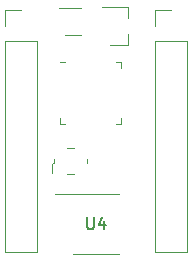
<source format=gbr>
%TF.GenerationSoftware,KiCad,Pcbnew,(5.1.6)-1*%
%TF.CreationDate,2020-10-05T22:36:01-05:00*%
%TF.ProjectId,ice30lp384_dev_board,69636533-306c-4703-9338-345f6465765f,rev?*%
%TF.SameCoordinates,Original*%
%TF.FileFunction,Legend,Top*%
%TF.FilePolarity,Positive*%
%FSLAX46Y46*%
G04 Gerber Fmt 4.6, Leading zero omitted, Abs format (unit mm)*
G04 Created by KiCad (PCBNEW (5.1.6)-1) date 2020-10-05 22:36:01*
%MOMM*%
%LPD*%
G01*
G04 APERTURE LIST*
%ADD10C,0.120000*%
%ADD11C,0.150000*%
G04 APERTURE END LIST*
D10*
%TO.C,U4*%
X118999000Y-68219000D02*
X120949000Y-68219000D01*
X118999000Y-68219000D02*
X117049000Y-68219000D01*
X118999000Y-63099000D02*
X120949000Y-63099000D01*
X118999000Y-63099000D02*
X115549000Y-63099000D01*
%TO.C,U3*%
X120669000Y-51960000D02*
X121144000Y-51960000D01*
X121144000Y-51960000D02*
X121144000Y-52435000D01*
X116399000Y-57180000D02*
X115924000Y-57180000D01*
X115924000Y-57180000D02*
X115924000Y-56705000D01*
X120669000Y-57180000D02*
X121144000Y-57180000D01*
X121144000Y-57180000D02*
X121144000Y-56705000D01*
X116399000Y-51960000D02*
X115924000Y-51960000D01*
%TO.C,U2*%
X118200000Y-60495000D02*
X118200000Y-60155000D01*
X115480000Y-60485000D02*
X115480000Y-60155000D01*
X117160000Y-59215000D02*
X116520000Y-59215000D01*
X117160000Y-61435000D02*
X116520000Y-61435000D01*
X115280000Y-60705000D02*
X115280000Y-61395000D01*
X115280000Y-60705000D02*
G75*
G02*
X115480000Y-60485000I320000J-90000D01*
G01*
%TO.C,U1*%
X117733000Y-47369000D02*
X115833000Y-47369000D01*
X116333000Y-49689000D02*
X117733000Y-49689000D01*
%TO.C,J2*%
X124019000Y-47565000D02*
X125349000Y-47565000D01*
X124019000Y-48895000D02*
X124019000Y-47565000D01*
X124019000Y-50165000D02*
X126679000Y-50165000D01*
X126679000Y-50165000D02*
X126679000Y-68005000D01*
X124019000Y-50165000D02*
X124019000Y-68005000D01*
X124019000Y-68005000D02*
X126679000Y-68005000D01*
%TO.C,J1*%
X111319000Y-47565000D02*
X112649000Y-47565000D01*
X111319000Y-48895000D02*
X111319000Y-47565000D01*
X111319000Y-50165000D02*
X113979000Y-50165000D01*
X113979000Y-50165000D02*
X113979000Y-68005000D01*
X111319000Y-50165000D02*
X111319000Y-68005000D01*
X111319000Y-68005000D02*
X113979000Y-68005000D01*
%TO.C,D1*%
X121680000Y-50475000D02*
X121680000Y-49545000D01*
X121680000Y-47315000D02*
X121680000Y-48245000D01*
X121680000Y-47315000D02*
X119520000Y-47315000D01*
X121680000Y-50475000D02*
X120220000Y-50475000D01*
%TO.C,U4*%
D11*
X118237095Y-65111380D02*
X118237095Y-65920904D01*
X118284714Y-66016142D01*
X118332333Y-66063761D01*
X118427571Y-66111380D01*
X118618047Y-66111380D01*
X118713285Y-66063761D01*
X118760904Y-66016142D01*
X118808523Y-65920904D01*
X118808523Y-65111380D01*
X119713285Y-65444714D02*
X119713285Y-66111380D01*
X119475190Y-65063761D02*
X119237095Y-65778047D01*
X119856142Y-65778047D01*
%TD*%
M02*

</source>
